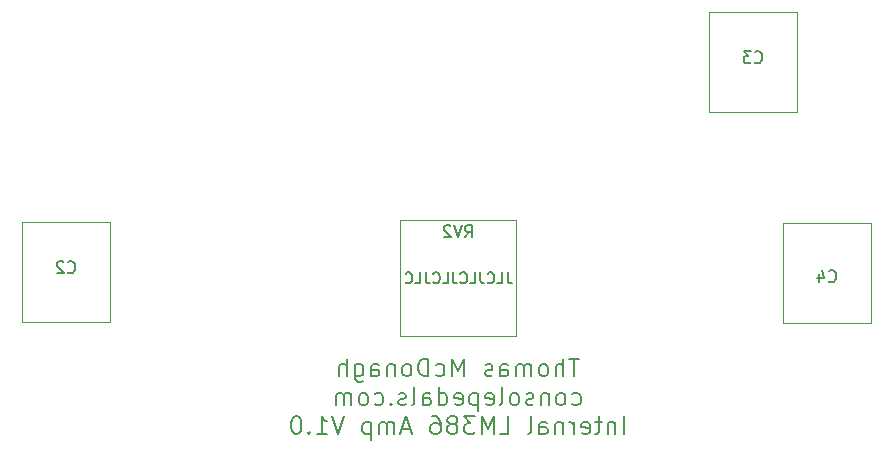
<source format=gbr>
G04 #@! TF.GenerationSoftware,KiCad,Pcbnew,(5.1.7)-1*
G04 #@! TF.CreationDate,2021-11-30T18:20:46-06:00*
G04 #@! TF.ProjectId,InternalAmpLM386,496e7465-726e-4616-9c41-6d704c4d3338,rev?*
G04 #@! TF.SameCoordinates,Original*
G04 #@! TF.FileFunction,Legend,Bot*
G04 #@! TF.FilePolarity,Positive*
%FSLAX46Y46*%
G04 Gerber Fmt 4.6, Leading zero omitted, Abs format (unit mm)*
G04 Created by KiCad (PCBNEW (5.1.7)-1) date 2021-11-30 18:20:46*
%MOMM*%
%LPD*%
G01*
G04 APERTURE LIST*
%ADD10C,0.200000*%
%ADD11C,0.150000*%
%ADD12C,0.120000*%
G04 APERTURE END LIST*
D10*
X140285714Y-121728571D02*
X139428571Y-121728571D01*
X139857142Y-123228571D02*
X139857142Y-121728571D01*
X138928571Y-123228571D02*
X138928571Y-121728571D01*
X138285714Y-123228571D02*
X138285714Y-122442857D01*
X138357142Y-122300000D01*
X138500000Y-122228571D01*
X138714285Y-122228571D01*
X138857142Y-122300000D01*
X138928571Y-122371428D01*
X137357142Y-123228571D02*
X137500000Y-123157142D01*
X137571428Y-123085714D01*
X137642857Y-122942857D01*
X137642857Y-122514285D01*
X137571428Y-122371428D01*
X137500000Y-122300000D01*
X137357142Y-122228571D01*
X137142857Y-122228571D01*
X137000000Y-122300000D01*
X136928571Y-122371428D01*
X136857142Y-122514285D01*
X136857142Y-122942857D01*
X136928571Y-123085714D01*
X137000000Y-123157142D01*
X137142857Y-123228571D01*
X137357142Y-123228571D01*
X136214285Y-123228571D02*
X136214285Y-122228571D01*
X136214285Y-122371428D02*
X136142857Y-122300000D01*
X136000000Y-122228571D01*
X135785714Y-122228571D01*
X135642857Y-122300000D01*
X135571428Y-122442857D01*
X135571428Y-123228571D01*
X135571428Y-122442857D02*
X135500000Y-122300000D01*
X135357142Y-122228571D01*
X135142857Y-122228571D01*
X135000000Y-122300000D01*
X134928571Y-122442857D01*
X134928571Y-123228571D01*
X133571428Y-123228571D02*
X133571428Y-122442857D01*
X133642857Y-122300000D01*
X133785714Y-122228571D01*
X134071428Y-122228571D01*
X134214285Y-122300000D01*
X133571428Y-123157142D02*
X133714285Y-123228571D01*
X134071428Y-123228571D01*
X134214285Y-123157142D01*
X134285714Y-123014285D01*
X134285714Y-122871428D01*
X134214285Y-122728571D01*
X134071428Y-122657142D01*
X133714285Y-122657142D01*
X133571428Y-122585714D01*
X132928571Y-123157142D02*
X132785714Y-123228571D01*
X132500000Y-123228571D01*
X132357142Y-123157142D01*
X132285714Y-123014285D01*
X132285714Y-122942857D01*
X132357142Y-122800000D01*
X132500000Y-122728571D01*
X132714285Y-122728571D01*
X132857142Y-122657142D01*
X132928571Y-122514285D01*
X132928571Y-122442857D01*
X132857142Y-122300000D01*
X132714285Y-122228571D01*
X132500000Y-122228571D01*
X132357142Y-122300000D01*
X130500000Y-123228571D02*
X130500000Y-121728571D01*
X130000000Y-122800000D01*
X129500000Y-121728571D01*
X129500000Y-123228571D01*
X128142857Y-123157142D02*
X128285714Y-123228571D01*
X128571428Y-123228571D01*
X128714285Y-123157142D01*
X128785714Y-123085714D01*
X128857142Y-122942857D01*
X128857142Y-122514285D01*
X128785714Y-122371428D01*
X128714285Y-122300000D01*
X128571428Y-122228571D01*
X128285714Y-122228571D01*
X128142857Y-122300000D01*
X127500000Y-123228571D02*
X127500000Y-121728571D01*
X127142857Y-121728571D01*
X126928571Y-121800000D01*
X126785714Y-121942857D01*
X126714285Y-122085714D01*
X126642857Y-122371428D01*
X126642857Y-122585714D01*
X126714285Y-122871428D01*
X126785714Y-123014285D01*
X126928571Y-123157142D01*
X127142857Y-123228571D01*
X127500000Y-123228571D01*
X125785714Y-123228571D02*
X125928571Y-123157142D01*
X126000000Y-123085714D01*
X126071428Y-122942857D01*
X126071428Y-122514285D01*
X126000000Y-122371428D01*
X125928571Y-122300000D01*
X125785714Y-122228571D01*
X125571428Y-122228571D01*
X125428571Y-122300000D01*
X125357142Y-122371428D01*
X125285714Y-122514285D01*
X125285714Y-122942857D01*
X125357142Y-123085714D01*
X125428571Y-123157142D01*
X125571428Y-123228571D01*
X125785714Y-123228571D01*
X124642857Y-122228571D02*
X124642857Y-123228571D01*
X124642857Y-122371428D02*
X124571428Y-122300000D01*
X124428571Y-122228571D01*
X124214285Y-122228571D01*
X124071428Y-122300000D01*
X124000000Y-122442857D01*
X124000000Y-123228571D01*
X122642857Y-123228571D02*
X122642857Y-122442857D01*
X122714285Y-122300000D01*
X122857142Y-122228571D01*
X123142857Y-122228571D01*
X123285714Y-122300000D01*
X122642857Y-123157142D02*
X122785714Y-123228571D01*
X123142857Y-123228571D01*
X123285714Y-123157142D01*
X123357142Y-123014285D01*
X123357142Y-122871428D01*
X123285714Y-122728571D01*
X123142857Y-122657142D01*
X122785714Y-122657142D01*
X122642857Y-122585714D01*
X121285714Y-122228571D02*
X121285714Y-123442857D01*
X121357142Y-123585714D01*
X121428571Y-123657142D01*
X121571428Y-123728571D01*
X121785714Y-123728571D01*
X121928571Y-123657142D01*
X121285714Y-123157142D02*
X121428571Y-123228571D01*
X121714285Y-123228571D01*
X121857142Y-123157142D01*
X121928571Y-123085714D01*
X122000000Y-122942857D01*
X122000000Y-122514285D01*
X121928571Y-122371428D01*
X121857142Y-122300000D01*
X121714285Y-122228571D01*
X121428571Y-122228571D01*
X121285714Y-122300000D01*
X120571428Y-123228571D02*
X120571428Y-121728571D01*
X119928571Y-123228571D02*
X119928571Y-122442857D01*
X120000000Y-122300000D01*
X120142857Y-122228571D01*
X120357142Y-122228571D01*
X120500000Y-122300000D01*
X120571428Y-122371428D01*
X139678571Y-125607142D02*
X139821428Y-125678571D01*
X140107142Y-125678571D01*
X140250000Y-125607142D01*
X140321428Y-125535714D01*
X140392857Y-125392857D01*
X140392857Y-124964285D01*
X140321428Y-124821428D01*
X140250000Y-124750000D01*
X140107142Y-124678571D01*
X139821428Y-124678571D01*
X139678571Y-124750000D01*
X138821428Y-125678571D02*
X138964285Y-125607142D01*
X139035714Y-125535714D01*
X139107142Y-125392857D01*
X139107142Y-124964285D01*
X139035714Y-124821428D01*
X138964285Y-124750000D01*
X138821428Y-124678571D01*
X138607142Y-124678571D01*
X138464285Y-124750000D01*
X138392857Y-124821428D01*
X138321428Y-124964285D01*
X138321428Y-125392857D01*
X138392857Y-125535714D01*
X138464285Y-125607142D01*
X138607142Y-125678571D01*
X138821428Y-125678571D01*
X137678571Y-124678571D02*
X137678571Y-125678571D01*
X137678571Y-124821428D02*
X137607142Y-124750000D01*
X137464285Y-124678571D01*
X137250000Y-124678571D01*
X137107142Y-124750000D01*
X137035714Y-124892857D01*
X137035714Y-125678571D01*
X136392857Y-125607142D02*
X136250000Y-125678571D01*
X135964285Y-125678571D01*
X135821428Y-125607142D01*
X135750000Y-125464285D01*
X135750000Y-125392857D01*
X135821428Y-125250000D01*
X135964285Y-125178571D01*
X136178571Y-125178571D01*
X136321428Y-125107142D01*
X136392857Y-124964285D01*
X136392857Y-124892857D01*
X136321428Y-124750000D01*
X136178571Y-124678571D01*
X135964285Y-124678571D01*
X135821428Y-124750000D01*
X134892857Y-125678571D02*
X135035714Y-125607142D01*
X135107142Y-125535714D01*
X135178571Y-125392857D01*
X135178571Y-124964285D01*
X135107142Y-124821428D01*
X135035714Y-124750000D01*
X134892857Y-124678571D01*
X134678571Y-124678571D01*
X134535714Y-124750000D01*
X134464285Y-124821428D01*
X134392857Y-124964285D01*
X134392857Y-125392857D01*
X134464285Y-125535714D01*
X134535714Y-125607142D01*
X134678571Y-125678571D01*
X134892857Y-125678571D01*
X133535714Y-125678571D02*
X133678571Y-125607142D01*
X133750000Y-125464285D01*
X133750000Y-124178571D01*
X132392857Y-125607142D02*
X132535714Y-125678571D01*
X132821428Y-125678571D01*
X132964285Y-125607142D01*
X133035714Y-125464285D01*
X133035714Y-124892857D01*
X132964285Y-124750000D01*
X132821428Y-124678571D01*
X132535714Y-124678571D01*
X132392857Y-124750000D01*
X132321428Y-124892857D01*
X132321428Y-125035714D01*
X133035714Y-125178571D01*
X131678571Y-124678571D02*
X131678571Y-126178571D01*
X131678571Y-124750000D02*
X131535714Y-124678571D01*
X131250000Y-124678571D01*
X131107142Y-124750000D01*
X131035714Y-124821428D01*
X130964285Y-124964285D01*
X130964285Y-125392857D01*
X131035714Y-125535714D01*
X131107142Y-125607142D01*
X131250000Y-125678571D01*
X131535714Y-125678571D01*
X131678571Y-125607142D01*
X129750000Y-125607142D02*
X129892857Y-125678571D01*
X130178571Y-125678571D01*
X130321428Y-125607142D01*
X130392857Y-125464285D01*
X130392857Y-124892857D01*
X130321428Y-124750000D01*
X130178571Y-124678571D01*
X129892857Y-124678571D01*
X129750000Y-124750000D01*
X129678571Y-124892857D01*
X129678571Y-125035714D01*
X130392857Y-125178571D01*
X128392857Y-125678571D02*
X128392857Y-124178571D01*
X128392857Y-125607142D02*
X128535714Y-125678571D01*
X128821428Y-125678571D01*
X128964285Y-125607142D01*
X129035714Y-125535714D01*
X129107142Y-125392857D01*
X129107142Y-124964285D01*
X129035714Y-124821428D01*
X128964285Y-124750000D01*
X128821428Y-124678571D01*
X128535714Y-124678571D01*
X128392857Y-124750000D01*
X127035714Y-125678571D02*
X127035714Y-124892857D01*
X127107142Y-124750000D01*
X127250000Y-124678571D01*
X127535714Y-124678571D01*
X127678571Y-124750000D01*
X127035714Y-125607142D02*
X127178571Y-125678571D01*
X127535714Y-125678571D01*
X127678571Y-125607142D01*
X127750000Y-125464285D01*
X127750000Y-125321428D01*
X127678571Y-125178571D01*
X127535714Y-125107142D01*
X127178571Y-125107142D01*
X127035714Y-125035714D01*
X126107142Y-125678571D02*
X126250000Y-125607142D01*
X126321428Y-125464285D01*
X126321428Y-124178571D01*
X125607142Y-125607142D02*
X125464285Y-125678571D01*
X125178571Y-125678571D01*
X125035714Y-125607142D01*
X124964285Y-125464285D01*
X124964285Y-125392857D01*
X125035714Y-125250000D01*
X125178571Y-125178571D01*
X125392857Y-125178571D01*
X125535714Y-125107142D01*
X125607142Y-124964285D01*
X125607142Y-124892857D01*
X125535714Y-124750000D01*
X125392857Y-124678571D01*
X125178571Y-124678571D01*
X125035714Y-124750000D01*
X124321428Y-125535714D02*
X124250000Y-125607142D01*
X124321428Y-125678571D01*
X124392857Y-125607142D01*
X124321428Y-125535714D01*
X124321428Y-125678571D01*
X122964285Y-125607142D02*
X123107142Y-125678571D01*
X123392857Y-125678571D01*
X123535714Y-125607142D01*
X123607142Y-125535714D01*
X123678571Y-125392857D01*
X123678571Y-124964285D01*
X123607142Y-124821428D01*
X123535714Y-124750000D01*
X123392857Y-124678571D01*
X123107142Y-124678571D01*
X122964285Y-124750000D01*
X122107142Y-125678571D02*
X122250000Y-125607142D01*
X122321428Y-125535714D01*
X122392857Y-125392857D01*
X122392857Y-124964285D01*
X122321428Y-124821428D01*
X122250000Y-124750000D01*
X122107142Y-124678571D01*
X121892857Y-124678571D01*
X121750000Y-124750000D01*
X121678571Y-124821428D01*
X121607142Y-124964285D01*
X121607142Y-125392857D01*
X121678571Y-125535714D01*
X121750000Y-125607142D01*
X121892857Y-125678571D01*
X122107142Y-125678571D01*
X120964285Y-125678571D02*
X120964285Y-124678571D01*
X120964285Y-124821428D02*
X120892857Y-124750000D01*
X120750000Y-124678571D01*
X120535714Y-124678571D01*
X120392857Y-124750000D01*
X120321428Y-124892857D01*
X120321428Y-125678571D01*
X120321428Y-124892857D02*
X120250000Y-124750000D01*
X120107142Y-124678571D01*
X119892857Y-124678571D01*
X119750000Y-124750000D01*
X119678571Y-124892857D01*
X119678571Y-125678571D01*
X144035714Y-128128571D02*
X144035714Y-126628571D01*
X143321428Y-127128571D02*
X143321428Y-128128571D01*
X143321428Y-127271428D02*
X143250000Y-127200000D01*
X143107142Y-127128571D01*
X142892857Y-127128571D01*
X142750000Y-127200000D01*
X142678571Y-127342857D01*
X142678571Y-128128571D01*
X142178571Y-127128571D02*
X141607142Y-127128571D01*
X141964285Y-126628571D02*
X141964285Y-127914285D01*
X141892857Y-128057142D01*
X141750000Y-128128571D01*
X141607142Y-128128571D01*
X140535714Y-128057142D02*
X140678571Y-128128571D01*
X140964285Y-128128571D01*
X141107142Y-128057142D01*
X141178571Y-127914285D01*
X141178571Y-127342857D01*
X141107142Y-127200000D01*
X140964285Y-127128571D01*
X140678571Y-127128571D01*
X140535714Y-127200000D01*
X140464285Y-127342857D01*
X140464285Y-127485714D01*
X141178571Y-127628571D01*
X139821428Y-128128571D02*
X139821428Y-127128571D01*
X139821428Y-127414285D02*
X139750000Y-127271428D01*
X139678571Y-127200000D01*
X139535714Y-127128571D01*
X139392857Y-127128571D01*
X138892857Y-127128571D02*
X138892857Y-128128571D01*
X138892857Y-127271428D02*
X138821428Y-127200000D01*
X138678571Y-127128571D01*
X138464285Y-127128571D01*
X138321428Y-127200000D01*
X138250000Y-127342857D01*
X138250000Y-128128571D01*
X136892857Y-128128571D02*
X136892857Y-127342857D01*
X136964285Y-127200000D01*
X137107142Y-127128571D01*
X137392857Y-127128571D01*
X137535714Y-127200000D01*
X136892857Y-128057142D02*
X137035714Y-128128571D01*
X137392857Y-128128571D01*
X137535714Y-128057142D01*
X137607142Y-127914285D01*
X137607142Y-127771428D01*
X137535714Y-127628571D01*
X137392857Y-127557142D01*
X137035714Y-127557142D01*
X136892857Y-127485714D01*
X135964285Y-128128571D02*
X136107142Y-128057142D01*
X136178571Y-127914285D01*
X136178571Y-126628571D01*
X133535714Y-128128571D02*
X134250000Y-128128571D01*
X134250000Y-126628571D01*
X133035714Y-128128571D02*
X133035714Y-126628571D01*
X132535714Y-127700000D01*
X132035714Y-126628571D01*
X132035714Y-128128571D01*
X131464285Y-126628571D02*
X130535714Y-126628571D01*
X131035714Y-127200000D01*
X130821428Y-127200000D01*
X130678571Y-127271428D01*
X130607142Y-127342857D01*
X130535714Y-127485714D01*
X130535714Y-127842857D01*
X130607142Y-127985714D01*
X130678571Y-128057142D01*
X130821428Y-128128571D01*
X131250000Y-128128571D01*
X131392857Y-128057142D01*
X131464285Y-127985714D01*
X129678571Y-127271428D02*
X129821428Y-127200000D01*
X129892857Y-127128571D01*
X129964285Y-126985714D01*
X129964285Y-126914285D01*
X129892857Y-126771428D01*
X129821428Y-126700000D01*
X129678571Y-126628571D01*
X129392857Y-126628571D01*
X129250000Y-126700000D01*
X129178571Y-126771428D01*
X129107142Y-126914285D01*
X129107142Y-126985714D01*
X129178571Y-127128571D01*
X129250000Y-127200000D01*
X129392857Y-127271428D01*
X129678571Y-127271428D01*
X129821428Y-127342857D01*
X129892857Y-127414285D01*
X129964285Y-127557142D01*
X129964285Y-127842857D01*
X129892857Y-127985714D01*
X129821428Y-128057142D01*
X129678571Y-128128571D01*
X129392857Y-128128571D01*
X129250000Y-128057142D01*
X129178571Y-127985714D01*
X129107142Y-127842857D01*
X129107142Y-127557142D01*
X129178571Y-127414285D01*
X129250000Y-127342857D01*
X129392857Y-127271428D01*
X127821428Y-126628571D02*
X128107142Y-126628571D01*
X128250000Y-126700000D01*
X128321428Y-126771428D01*
X128464285Y-126985714D01*
X128535714Y-127271428D01*
X128535714Y-127842857D01*
X128464285Y-127985714D01*
X128392857Y-128057142D01*
X128250000Y-128128571D01*
X127964285Y-128128571D01*
X127821428Y-128057142D01*
X127750000Y-127985714D01*
X127678571Y-127842857D01*
X127678571Y-127485714D01*
X127750000Y-127342857D01*
X127821428Y-127271428D01*
X127964285Y-127200000D01*
X128250000Y-127200000D01*
X128392857Y-127271428D01*
X128464285Y-127342857D01*
X128535714Y-127485714D01*
X125964285Y-127700000D02*
X125250000Y-127700000D01*
X126107142Y-128128571D02*
X125607142Y-126628571D01*
X125107142Y-128128571D01*
X124607142Y-128128571D02*
X124607142Y-127128571D01*
X124607142Y-127271428D02*
X124535714Y-127200000D01*
X124392857Y-127128571D01*
X124178571Y-127128571D01*
X124035714Y-127200000D01*
X123964285Y-127342857D01*
X123964285Y-128128571D01*
X123964285Y-127342857D02*
X123892857Y-127200000D01*
X123750000Y-127128571D01*
X123535714Y-127128571D01*
X123392857Y-127200000D01*
X123321428Y-127342857D01*
X123321428Y-128128571D01*
X122607142Y-127128571D02*
X122607142Y-128628571D01*
X122607142Y-127200000D02*
X122464285Y-127128571D01*
X122178571Y-127128571D01*
X122035714Y-127200000D01*
X121964285Y-127271428D01*
X121892857Y-127414285D01*
X121892857Y-127842857D01*
X121964285Y-127985714D01*
X122035714Y-128057142D01*
X122178571Y-128128571D01*
X122464285Y-128128571D01*
X122607142Y-128057142D01*
X120321428Y-126628571D02*
X119821428Y-128128571D01*
X119321428Y-126628571D01*
X118035714Y-128128571D02*
X118892857Y-128128571D01*
X118464285Y-128128571D02*
X118464285Y-126628571D01*
X118607142Y-126842857D01*
X118750000Y-126985714D01*
X118892857Y-127057142D01*
X117392857Y-127985714D02*
X117321428Y-128057142D01*
X117392857Y-128128571D01*
X117464285Y-128057142D01*
X117392857Y-127985714D01*
X117392857Y-128128571D01*
X116392857Y-126628571D02*
X116250000Y-126628571D01*
X116107142Y-126700000D01*
X116035714Y-126771428D01*
X115964285Y-126914285D01*
X115892857Y-127200000D01*
X115892857Y-127557142D01*
X115964285Y-127842857D01*
X116035714Y-127985714D01*
X116107142Y-128057142D01*
X116250000Y-128128571D01*
X116392857Y-128128571D01*
X116535714Y-128057142D01*
X116607142Y-127985714D01*
X116678571Y-127842857D01*
X116750000Y-127557142D01*
X116750000Y-127200000D01*
X116678571Y-126914285D01*
X116607142Y-126771428D01*
X116535714Y-126700000D01*
X116392857Y-126628571D01*
D11*
X134205142Y-114442142D02*
X134205142Y-115085000D01*
X134248000Y-115213571D01*
X134333714Y-115299285D01*
X134462285Y-115342142D01*
X134548000Y-115342142D01*
X133348000Y-115342142D02*
X133776571Y-115342142D01*
X133776571Y-114442142D01*
X132533714Y-115256428D02*
X132576571Y-115299285D01*
X132705142Y-115342142D01*
X132790857Y-115342142D01*
X132919428Y-115299285D01*
X133005142Y-115213571D01*
X133048000Y-115127857D01*
X133090857Y-114956428D01*
X133090857Y-114827857D01*
X133048000Y-114656428D01*
X133005142Y-114570714D01*
X132919428Y-114485000D01*
X132790857Y-114442142D01*
X132705142Y-114442142D01*
X132576571Y-114485000D01*
X132533714Y-114527857D01*
X131890857Y-114442142D02*
X131890857Y-115085000D01*
X131933714Y-115213571D01*
X132019428Y-115299285D01*
X132148000Y-115342142D01*
X132233714Y-115342142D01*
X131033714Y-115342142D02*
X131462285Y-115342142D01*
X131462285Y-114442142D01*
X130219428Y-115256428D02*
X130262285Y-115299285D01*
X130390857Y-115342142D01*
X130476571Y-115342142D01*
X130605142Y-115299285D01*
X130690857Y-115213571D01*
X130733714Y-115127857D01*
X130776571Y-114956428D01*
X130776571Y-114827857D01*
X130733714Y-114656428D01*
X130690857Y-114570714D01*
X130605142Y-114485000D01*
X130476571Y-114442142D01*
X130390857Y-114442142D01*
X130262285Y-114485000D01*
X130219428Y-114527857D01*
X129576571Y-114442142D02*
X129576571Y-115085000D01*
X129619428Y-115213571D01*
X129705142Y-115299285D01*
X129833714Y-115342142D01*
X129919428Y-115342142D01*
X128719428Y-115342142D02*
X129148000Y-115342142D01*
X129148000Y-114442142D01*
X127905142Y-115256428D02*
X127948000Y-115299285D01*
X128076571Y-115342142D01*
X128162285Y-115342142D01*
X128290857Y-115299285D01*
X128376571Y-115213571D01*
X128419428Y-115127857D01*
X128462285Y-114956428D01*
X128462285Y-114827857D01*
X128419428Y-114656428D01*
X128376571Y-114570714D01*
X128290857Y-114485000D01*
X128162285Y-114442142D01*
X128076571Y-114442142D01*
X127948000Y-114485000D01*
X127905142Y-114527857D01*
X127262285Y-114442142D02*
X127262285Y-115085000D01*
X127305142Y-115213571D01*
X127390857Y-115299285D01*
X127519428Y-115342142D01*
X127605142Y-115342142D01*
X126405142Y-115342142D02*
X126833714Y-115342142D01*
X126833714Y-114442142D01*
X125590857Y-115256428D02*
X125633714Y-115299285D01*
X125762285Y-115342142D01*
X125848000Y-115342142D01*
X125976571Y-115299285D01*
X126062285Y-115213571D01*
X126105142Y-115127857D01*
X126148000Y-114956428D01*
X126148000Y-114827857D01*
X126105142Y-114656428D01*
X126062285Y-114570714D01*
X125976571Y-114485000D01*
X125848000Y-114442142D01*
X125762285Y-114442142D01*
X125633714Y-114485000D01*
X125590857Y-114527857D01*
D12*
G04 #@! TO.C,RV2*
X125115000Y-119808000D02*
X134885000Y-119808000D01*
X125115000Y-110038000D02*
X134885000Y-110038000D01*
X134885000Y-110038000D02*
X134885000Y-119808000D01*
X125115000Y-110038000D02*
X125115000Y-119808000D01*
G04 #@! TO.C,C2*
X100534000Y-110136000D02*
X93094000Y-110136000D01*
X100534000Y-118626000D02*
X93094000Y-118626000D01*
X100534000Y-110136000D02*
X100534000Y-118626000D01*
X93094000Y-110136000D02*
X93094000Y-118626000D01*
G04 #@! TO.C,C3*
X151260000Y-92356000D02*
X151260000Y-100846000D01*
X158700000Y-92356000D02*
X158700000Y-100846000D01*
X158700000Y-100846000D02*
X151260000Y-100846000D01*
X158700000Y-92356000D02*
X151260000Y-92356000D01*
G04 #@! TO.C,C4*
X157530000Y-118718000D02*
X164970000Y-118718000D01*
X157530000Y-110228000D02*
X164970000Y-110228000D01*
X157530000Y-118718000D02*
X157530000Y-110228000D01*
X164970000Y-118718000D02*
X164970000Y-110228000D01*
G04 #@! TO.C,RV2*
D11*
X130595238Y-111450380D02*
X130928571Y-110974190D01*
X131166666Y-111450380D02*
X131166666Y-110450380D01*
X130785714Y-110450380D01*
X130690476Y-110498000D01*
X130642857Y-110545619D01*
X130595238Y-110640857D01*
X130595238Y-110783714D01*
X130642857Y-110878952D01*
X130690476Y-110926571D01*
X130785714Y-110974190D01*
X131166666Y-110974190D01*
X130309523Y-110450380D02*
X129976190Y-111450380D01*
X129642857Y-110450380D01*
X129357142Y-110545619D02*
X129309523Y-110498000D01*
X129214285Y-110450380D01*
X128976190Y-110450380D01*
X128880952Y-110498000D01*
X128833333Y-110545619D01*
X128785714Y-110640857D01*
X128785714Y-110736095D01*
X128833333Y-110878952D01*
X129404761Y-111450380D01*
X128785714Y-111450380D01*
G04 #@! TO.C,C2*
X96980666Y-114403142D02*
X97028285Y-114450761D01*
X97171142Y-114498380D01*
X97266380Y-114498380D01*
X97409238Y-114450761D01*
X97504476Y-114355523D01*
X97552095Y-114260285D01*
X97599714Y-114069809D01*
X97599714Y-113926952D01*
X97552095Y-113736476D01*
X97504476Y-113641238D01*
X97409238Y-113546000D01*
X97266380Y-113498380D01*
X97171142Y-113498380D01*
X97028285Y-113546000D01*
X96980666Y-113593619D01*
X96599714Y-113593619D02*
X96552095Y-113546000D01*
X96456857Y-113498380D01*
X96218761Y-113498380D01*
X96123523Y-113546000D01*
X96075904Y-113593619D01*
X96028285Y-113688857D01*
X96028285Y-113784095D01*
X96075904Y-113926952D01*
X96647333Y-114498380D01*
X96028285Y-114498380D01*
G04 #@! TO.C,C3*
X155146666Y-96623142D02*
X155194285Y-96670761D01*
X155337142Y-96718380D01*
X155432380Y-96718380D01*
X155575238Y-96670761D01*
X155670476Y-96575523D01*
X155718095Y-96480285D01*
X155765714Y-96289809D01*
X155765714Y-96146952D01*
X155718095Y-95956476D01*
X155670476Y-95861238D01*
X155575238Y-95766000D01*
X155432380Y-95718380D01*
X155337142Y-95718380D01*
X155194285Y-95766000D01*
X155146666Y-95813619D01*
X154813333Y-95718380D02*
X154194285Y-95718380D01*
X154527619Y-96099333D01*
X154384761Y-96099333D01*
X154289523Y-96146952D01*
X154241904Y-96194571D01*
X154194285Y-96289809D01*
X154194285Y-96527904D01*
X154241904Y-96623142D01*
X154289523Y-96670761D01*
X154384761Y-96718380D01*
X154670476Y-96718380D01*
X154765714Y-96670761D01*
X154813333Y-96623142D01*
G04 #@! TO.C,C4*
X161416666Y-115165142D02*
X161464285Y-115212761D01*
X161607142Y-115260380D01*
X161702380Y-115260380D01*
X161845238Y-115212761D01*
X161940476Y-115117523D01*
X161988095Y-115022285D01*
X162035714Y-114831809D01*
X162035714Y-114688952D01*
X161988095Y-114498476D01*
X161940476Y-114403238D01*
X161845238Y-114308000D01*
X161702380Y-114260380D01*
X161607142Y-114260380D01*
X161464285Y-114308000D01*
X161416666Y-114355619D01*
X160559523Y-114593714D02*
X160559523Y-115260380D01*
X160797619Y-114212761D02*
X161035714Y-114927047D01*
X160416666Y-114927047D01*
G04 #@! TD*
M02*

</source>
